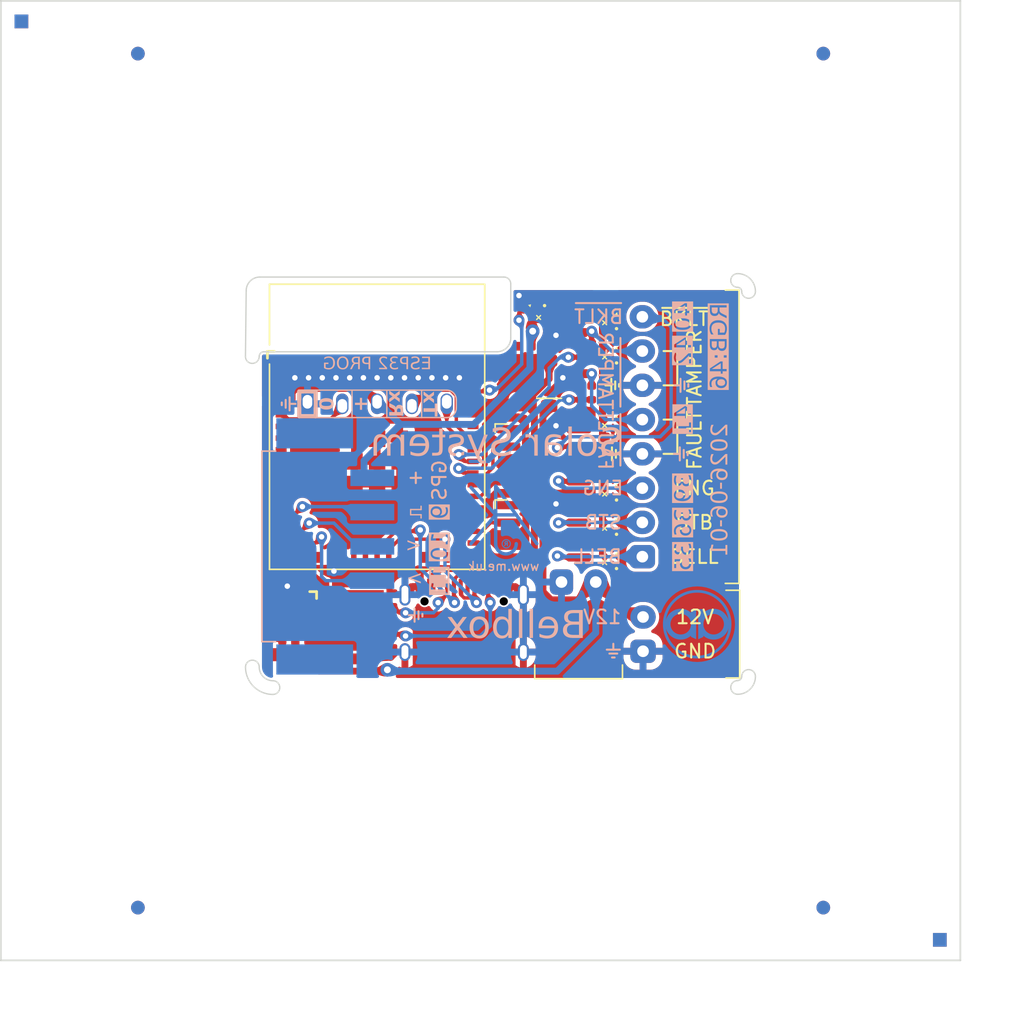
<source format=kicad_pcb>
(kicad_pcb (version 20240108) (generator "pcbnew") (generator_version "8.0")
  (title_block (title "Bell box controller") (date "${DATE}") (rev "2") (company "Adrian Kennard, Andrews & Arnold Ltd"))
  (layers (0 "F.Cu" signal) (31 "B.Cu" signal) (34 "B.Paste" user) (35 "F.Paste" user) (36 "B.SilkS" user "B.Silkscreen") (37 "F.SilkS" user "F.Silkscreen") (38 "B.Mask" user) (39 "F.Mask" user) (44 "Edge.Cuts" user))
  (property "DATE" "2023-03-25")
  (net 0 "")
  (net 1 "GND")
  (net 2 "VBUS")
  (net 3 "+12V")
  (net 4 "Net-(D2-O)")
  (net 5 "RGB")
  (net 6 "Net-(J1-CC1)")
  (net 8 "D-")
  (net 9 "D+")
  (net 10 "OUT1")
  (net 11 "OUT4")
  (net 12 "OUT3")
  (net 13 "Net-(U6-EN)")
  (net 14 "OUT2")
  (net 15 "Net-(J1-CC2)")
  (net 17 "Net-(J7-0)")
  (net 19 "Net-(J7-Rx)")
  (net 26 "IN2")
  (net 27 "IN1")
  (net 28 "~{BACKLIGHT}")
  (net 29 "T")
  (net 30 "FAULT")
  (net 31 "ENGHOLD")
  (net 32 "STB")
  (net 33 "BELL")
  (net 47 "GPSTX")
  (net 48 "GPSTICK")
  (net 49 "GPSRX")
  (net 56 "Net-(D2-I)")
  (net 57 "Net-(D4-O)")
  (net 58 "Net-(D6-O)")
  (net 59 "Net-(D7-O)")
  (net 60 "Net-(D8-O)")
  (net 62 "+3.3V")
  (net 63 "Net-(J7-Tx)")
  (footprint "RevK:PTSM-HH-8-RA" (layer "F.Cu") (at 111.8 96.8 90)
    (property "Reference" "J3" (hide yes))
    (property "Value" "Conn_01x08")
  )
  (footprint "RevK:SMD1010" (layer "F.Cu") (at 109.65 105.55 135)
    (property "Reference" "D9" (hide yes))
    (property "Value" "XL-1010RGBC-WS2812B" (hide yes))
  )
  (footprint "RevK:SMD1010" (layer "F.Cu") (at 109.65 95.55 135)
    (property "Reference" "D6" (hide yes))
    (property "Value" "XL-1010RGBC-WS2812B" (hide yes))
  )
  (footprint "RevK:SMD1010" (layer "F.Cu") (at 109.65 100.55 135)
    (property "Reference" "D7" (hide yes))
    (property "Value" "XL-1010RGBC-WS2812B" (hide yes))
  )
  (footprint "RevK:PTSM-HH-2-RA" (layer "F.Cu") (at 107.15 107.4)
    (property "Reference" "J2" (hide yes))
    (property "Value" "POWER")
  )
  (footprint "RevK:R_0402" (layer "F.Cu") (at 103.25 90.2 180)
    (property "Reference" "R8" (hide yes))
    (property "Value" "10K" (hide yes))
  )
  (footprint "RevK:ESP32-S3-MINI-1" (layer "F.Cu") (at 92.45 98.6)
    (property "Reference" "U6" (hide yes))
    (property "Value" "ESP32-S3-MINI-1" (hide yes))
  )
  (footprint "RevK:C_0603_" (layer "F.Cu") (at 87.785 107.7 180)
    (property "Reference" "C7" (hide yes))
    (property "Value" "10uF 6.3V")
  )
  (footprint "RevK:R_0402" (layer "F.Cu") (at 108.1 90.5 -90)
    (property "Reference" "R4" (hide yes))
    (property "Value" "100R" (hide yes))
  )
  (footprint "RevK:VCUT70N" (layer "F.Cu") (at 119.05 100 -90)
    (property "Reference" "V3" (hide yes))
    (property "Value" "~")
  )
  (footprint "RevK:C_0402" (layer "F.Cu") (at 109.65 104.3 180)
    (property "Reference" "C13" (hide yes))
    (property "Value" "100nF" (hide yes))
  )
  (footprint "RevK:R_0402_" (layer "F.Cu") (at 84.585 112 90)
    (property "Reference" "R3" (hide yes))
    (property "Value" "1M" (hide yes))
  )
  (footprint "RevK:R_0402" (layer "F.Cu") (at 108.1 93.6 -90)
    (property "Reference" "R7" (hide yes))
    (property "Value" "100R" (hide yes))
  )
  (footprint "RevK:R_0402_" (layer "F.Cu") (at 84.585 108.4 90)
    (property "Reference" "R2" (hide yes))
    (property "Value" "40k2" (hide yes))
  )
  (footprint "RevK:R_0402_" (layer "F.Cu") (at 84.585 110.2 90)
    (property "Reference" "R1" (hide yes))
    (property "Value" "124k" (hide yes))
  )
  (footprint "RevK:PTSM-HH-2-RA" (layer "F.Cu") (at 111.85 111.2 90)
    (property "Reference" "J6" (hide yes))
    (property "Value" "Conn_01x02")
  )
  (footprint "RevK:SMD1010" (layer "F.Cu") (at 109.65 90.55 135)
    (property "Reference" "D4" (hide yes))
    (property "Value" "XL-1010RGBC-WS2812B" (hide yes))
  )
  (footprint "RevK:PCB7070" (layer "F.Cu") (at 100 100)
    (property "Reference" "PCB1" (hide yes))
    (property "Value" "70x70" (hide yes))
    (fp_line (start -35 -35) (end 35 -35) (stroke (width 0.12)) (layer "Edge.Cuts"))
    (fp_line (start -35 35) (end -35 -35) (stroke (width 0.12)) (layer "Edge.Cuts"))
    (fp_line (start 35 -35) (end 35 35) (stroke (width 0.12)) (layer "Edge.Cuts"))
    (fp_line (start 35 35) (end -35 35) (stroke (width 0.12)) (layer "Edge.Cuts"))
  )
  (footprint "RevK:VCUT70N" (layer "F.Cu") (at 100 114.6 180)
    (property "Reference" "V2" (hide yes))
    (property "Value" "~")
  )
  (footprint "RevK:SMD1010" (layer "F.Cu") (at 109.65 103.05 135)
    (property "Reference" "D8" (hide yes))
    (property "Value" "XL-1010RGBC-WS2812B" (hide yes))
  )
  (footprint "RevK:SO-8_3.9x4.9mm_P1.27mm" (layer "F.Cu") (at 104.6 98.156751)
    (property "Reference" "U4" (hide yes))
    (property "Value" "ISL89410")
  )
  (footprint "RevK:SO-8_3.9x4.9mm_P1.27mm" (layer "F.Cu") (at 104.6 103.7)
    (property "Reference" "U3" (hide yes))
    (property "Value" "ISL89410")
  )
  (footprint "RevK:R_0402" (layer "F.Cu") (at 93.6 108.7 90)
    (property "Reference" "R5" (hide yes))
    (property "Value" "5K1" (hide yes))
  )
  (footprint "RevK:C_0402" (layer "F.Cu") (at 109.65 86.775 180)
    (property "Reference" "C5" (hide yes))
    (property "Value" "100nF" (hide yes))
  )
  (footprint "RevK:C_0402" (layer "F.Cu") (at 105.075 87.5 -90)
    (property "Reference" "C4" (hide yes))
    (property "Value" "100nF" (hide yes))
  )
  (footprint "RevK:VCUT70N" (layer "F.Cu") (at 100 85.9)
    (property "Reference" "V1" (hide yes))
    (property "Value" "~")
  )
  (footprint "RevK:L_4x4_" (layer "F.Cu") (at 91.085 110.2 90)
    (property "Reference" "L2" (hide yes))
    (property "Value" "10uH")
  )
  (footprint "RevK:C_0603_" (layer "F.Cu") (at 87.785 112.7 180)
    (property "Reference" "C1" (hide yes))
    (property "Value" "10uF 35V")
  )
  (footprint "RevK:C_0402" (layer "F.Cu") (at 109.65 101.8 180)
    (property "Reference" "C12" (hide yes))
    (property "Value" "100nF" (hide yes))
  )
  (footprint "RevK:SMD1010" (layer "F.Cu") (at 109.65 88.05 135)
    (property "Reference" "D2" (hide yes))
    (property "Value" "XL-1010RGBC-WS2812B" (hide yes))
  )
  (footprint "RevK:R_0402" (layer "F.Cu") (at 93.6 111.7 90)
    (property "Reference" "R6" (hide yes))
    (property "Value" "5K1" (hide yes))
  )
  (footprint "RevK:C_0402" (layer "F.Cu") (at 100.751 92 90)
    (property "Reference" "C8" (hide yes))
    (property "Value" "1uF" (hide yes))
  )
  (footprint "RevK:D_SOD-123" (layer "F.Cu") (at 105 92.9 90)
    (property "Reference" "D3" (hide yes))
    (property "Value" "MBR0530")
  )
  (footprint "RevK:C_0402" (layer "F.Cu") (at 109.65 91.82 180)
    (property "Reference" "C10" (hide yes))
    (property "Value" "100nF" (hide yes))
  )
  (footprint "RevK:C_0402" (layer "F.Cu") (at 109.65 96.82 180)
    (property "Reference" "C11" (hide yes))
    (property "Value" "100nF" (hide yes))
  )
  (footprint "RevK:C_0402" (layer "F.Cu") (at 109.65 89.3 180)
    (property "Reference" "C6" (hide yes))
    (property "Value" "100nF" (hide yes))
  )
  (footprint "RevK:C_0402" (layer "F.Cu") (at 107.3 93.6 90)
    (property "Reference" "C3" (hide yes))
    (property "Value" "33pF" (hide yes))
  )
  (footprint "RevK:SMD1010" (layer "F.Cu") (at 103.8 87.5 -135)
    (property "Reference" "D5" (hide yes))
    (property "Value" "XL-1010RGBC-WS2812B" (hide yes))
  )
  (footprint "RevK:C_0603_" (layer "F.Cu") (at 88.485 110.2 90)
    (property "Reference" "C9" (hide yes))
    (property "Value" "100nF")
  )
  (footprint "RevK:DFN1006-2L" (layer "F.Cu") (at 107.1 89.2 180)
    (property "Reference" "D1" (hide yes))
    (property "Value" "~")
  )
  (footprint "RevK:C_1206" (layer "F.Cu") (at 103.2 92.9 -90)
    (property "Reference" "C14" (hide yes))
    (property "Value" "100uF 6.3V")
  )
  (footprint "RevK:SOT-23-6-MD8942" (layer "F.Cu") (at 86.485 110.2 90)
    (property "Reference" "U1" (hide yes))
    (property "Value" "MD8942")
  )
  (footprint "RevK:USB-C-Socket-H" (layer "F.Cu") (at 98.8 110.2)
    (property "Reference" "J1" (hide yes))
    (property "Value" "USB-C-Socket-V")
  )
  (footprint "RevK:C_0402" (layer "F.Cu") (at 107.3 90.5 90)
    (property "Reference" "C2" (hide yes))
    (property "Value" "33pF" (hide yes))
  )
  (footprint "RevK:DFN1006-2L" (layer "F.Cu") (at 107.2 92.2 180)
    (property "Reference" "D10" (hide yes))
    (property "Value" "~")
  )
  (footprint "RevK:PTSM-HH-5-RA-SMD" (layer "B.Cu") (at 86.75 104.8 90)
    (property "Reference" "J5" (hide yes))
    (property "Value" "Conn_01x05")
  )
  (footprint "RevK:Shelly" (layer "B.Cu") (at 92.45 94.4 180)
    (property "Reference" "J7" (hide yes))
    (property "Value" "Shelly" (hide yes))
  )
  (footprint "RevK:AA" (layer "B.Cu") (at 115.8 110.475 180)
    (property "Reference" "U7" (hide yes))
    (property "Value" "AA" (hide yes))
  )
  (footprint "RevK:VCUT70N" (layer "B.Cu") (at 83.85 100 -90)
    (property "Reference" "V4" (hide yes))
    (property "Value" "~")
  )
  (footprint "RevK:AJK" (layer "B.Cu") (at 101.1 102.5 180)
    (property "Reference" "AJK1" (hide yes))
    (property "Value" "AJK" (hide yes))
  )
  (gr_line (start 110.2 98.9) (end 110.2 95.15) (stroke (width 0.15)) (layer "B.SilkS"))
  (gr_line (start 110.2 94.6) (end 110.2 89.6) (stroke (width 0.15)) (layer "B.SilkS"))
  (gr_line (start 106.95 87.05) (end 110.25 87.05) (stroke (width 0.15)) (layer "B.SilkS"))
  (gr_line (start 114.35 98.05) (end 113.35 98.05) (stroke (width 0.15)) (layer "F.SilkS"))
  (gr_line (start 114.35 90.55) (end 114.35 93.05) (stroke (width 0.15)) (layer "F.SilkS"))
  (gr_line (start 114.35 93.05) (end 113.35 93.05) (stroke (width 0.15)) (layer "F.SilkS"))
  (gr_line (start 114.35 95.55) (end 114.35 98.05) (stroke (width 0.15)) (layer "F.SilkS"))
  (gr_line (start 113.25 87.4) (end 116.55 87.4) (stroke (width 0.15)) (layer "F.SilkS"))
  (gr_line (start 113.35 95.55) (end 114.35 95.55) (stroke (width 0.15)) (layer "F.SilkS"))
  (gr_line (start 113.35 90.55) (end 114.35 90.55) (stroke (width 0.15)) (layer "F.SilkS"))
  (gr_arc (start 118.75 84.9) (mid 119.669239 85.280761) (end 120.05 86.2) (stroke (width 0.1)) (layer "Edge.Cuts"))
  (gr_arc (start 84.85 114.6) (mid 84.142893 114.307107) (end 83.85 113.6) (stroke (width 0.1)) (layer "Edge.Cuts"))
  (gr_arc (start 84.85 114.6) (mid 85.35 115.1) (end 84.85 115.6) (stroke (width 0.1)) (layer "Edge.Cuts"))
  (gr_arc (start 120.05 114.287868) (mid 119.669239 115.207107) (end 118.75 115.587868) (stroke (width 0.1)) (layer "Edge.Cuts"))
  (gr_arc (start 83.846447 90.95) (mid 83.346447 91.45) (end 82.846447 90.95) (stroke (width 0.1)) (layer "Edge.Cuts"))
  (gr_arc (start 101.7 85.15) (mid 102.053553 85.296447) (end 102.2 85.65) (stroke (width 0.1)) (layer "Edge.Cuts"))
  (gr_arc (start 118.75 85.9) (mid 118.962132 85.987868) (end 119.05 86.2) (stroke (width 0.1)) (layer "Edge.Cuts"))
  (gr_arc (start 120.05 86.2) (mid 119.55 86.7) (end 119.05 86.2) (stroke (width 0.1)) (layer "Edge.Cuts"))
  (gr_line (start 82.846447 90.95) (end 82.9 86.15) (stroke (width 0.1)) (layer "Edge.Cuts"))
  (gr_arc (start 119.05 114.287868) (mid 118.962132 114.5) (end 118.75 114.587868) (stroke (width 0.1)) (layer "Edge.Cuts"))
  (gr_arc (start 119.05 114.287868) (mid 119.55 113.787868) (end 120.05 114.287868) (stroke (width 0.1)) (layer "Edge.Cuts"))
  (gr_arc (start 118.75 85.9) (mid 118.25 85.4) (end 118.75 84.9) (stroke (width 0.1)) (layer "Edge.Cuts"))
  (gr_line (start 102.2 89.6) (end 102.2 85.65) (stroke (width 0.1)) (layer "Edge.Cuts"))
  (gr_arc (start 82.9 86.15) (mid 83.192893 85.442893) (end 83.9 85.15) (stroke (width 0.1)) (layer "Edge.Cuts"))
  (gr_arc (start 118.75 115.587868) (mid 118.25 115.087868) (end 118.75 114.587868) (stroke (width 0.1)) (layer "Edge.Cuts"))
  (gr_line (start 84.15 90.6) (end 101.2 90.6) (stroke (width 0.1)) (layer "Edge.Cuts"))
  (gr_line (start 101.7 85.15) (end 83.9 85.15) (stroke (width 0.1)) (layer "Edge.Cuts"))
  (gr_arc (start 102.2 89.6) (mid 101.907107 90.307107) (end 101.2 90.6) (stroke (width 0.1)) (layer "Edge.Cuts"))
  (gr_arc (start 84.85 115.6) (mid 83.435786 115.014214) (end 82.85 113.6) (stroke (width 0.1)) (layer "Edge.Cuts"))
  (gr_arc (start 82.85 113.6) (mid 83.35 113.1) (end 83.85 113.6) (stroke (width 0.1)) (layer "Edge.Cuts"))
  (gr_arc (start 83.846447 90.95) (mid 83.932907 90.718351) (end 84.15 90.6) (stroke (width 0.1)) (layer "Edge.Cuts"))
  (gr_text "+" (at 95.2 99.8 90) (layer "B.SilkS") (effects (font (size 1 1)) (justify mirror)))
  (gr_text "12V" (at 110.35 109.95 0) (layer "B.SilkS") (effects (font (size 1 1)) (justify left mirror)))
  (gr_text "TAMPER" (at 109.1 92 -90) (layer "B.SilkS") (effects (font (size 1 1)) (justify mirror)))
  (gr_text "⏚" (at 110.4 112.45 0) (layer "B.SilkS") (effects (font (size 1 1)) (justify left mirror)))
  (gr_text "ENG" (at 110.5 100.55 0) (layer "B.SilkS") (effects (font (size 1 1)) (justify left mirror)))
  (gr_text "Bellbox" (at 102.6 110.65 0) (layer "B.SilkS") (effects (font (size 2 2)) (justify mirror)))
  (gr_text "RGB:46" (at 117.45 90.2 90) (layer "B.SilkS" knockout) (effects (font (size 1.2 1.2) (thickness 0.1)) (justify mirror)))
  (gr_text "40" (at 114.85 88.05 90) (layer "B.SilkS" knockout) (effects (font (size 1.2 1.2) (thickness 0.1)) (justify mirror)))
  (gr_text "41" (at 114.85 95.55 90) (layer "B.SilkS" knockout) (effects (font (size 1.2 1.2) (thickness 0.1)) (justify mirror)))
  (gr_text "Solar System" (at 91.95 97.35 0) (layer "B.SilkS") (effects (font (size 2 2)) (justify right mirror)))
  (gr_text "35" (at 114.85 105.55 90) (layer "B.SilkS" knockout) (effects (font (size 1.2 1.2) (thickness 0.1)) (justify mirror)))
  (gr_text "BKLT" (at 110.5 88.05 0) (layer "B.SilkS") (effects (font (size 1 1)) (justify left mirror)))
  (gr_text "<" (at 95.2 107.1 180) (layer "B.SilkS") (effects (font (size 1 1)) (justify mirror)))
  (gr_text "⎍" (at 95.2 102.3 90) (layer "B.SilkS") (effects (font (size 1 1) (thickness 0.1)) (justify mirror)))
  (gr_text "42" (at 114.85 90.55 90) (layer "B.SilkS" knockout) (effects (font (size 1.2 1.2) (thickness 0.1)) (justify mirror)))
  (gr_text "11" (at 97.1 107.3 90) (layer "B.SilkS" knockout) (effects (font (size 1.2 1.2) (thickness 0.1)) (justify mirror)))
  (gr_text "⏚" (at 114.65 98.05 90) (layer "B.SilkS") (effects (font (size 1 1)) (justify mirror)))
  (gr_text "⏚" (at 95.3 109.1 90) (layer "B.SilkS") (effects (font (size 1 1)) (justify left mirror)))
  (gr_text "36" (at 114.85 103.05 90) (layer "B.SilkS" knockout) (effects (font (size 1.2 1.2) (thickness 0.1)) (justify mirror)))
  (gr_text "39" (at 114.85 100.55 90) (layer "B.SilkS" knockout) (effects (font (size 1.2 1.2) (thickness 0.1)) (justify mirror)))
  (gr_text "GPS" (at 97 98.4 90) (layer "B.SilkS") (effects (font (size 1 1)) (justify left mirror)))
  (gr_text "STB" (at 110.4 103.05 0) (layer "B.SilkS") (effects (font (size 1 1)) (justify left mirror)))
  (gr_text "⏚" (at 114.7 93.05 90) (layer "B.SilkS") (effects (font (size 1 1)) (justify mirror)))
  (gr_text "${CURRENT_DATE}" (at 116.8 95.8 90) (layer "B.SilkS") (effects (font (size 1.2 1.2)) (justify left top mirror)))
  (gr_text "BELL" (at 110.4 105.55 0) (layer "B.SilkS") (effects (font (size 1 1)) (justify left mirror)))
  (gr_text ">" (at 95.1 104.7 180) (layer "B.SilkS") (effects (font (size 1 1)) (justify mirror)))
  (gr_text "10" (at 97.1 104.8 90) (layer "B.SilkS" knockout) (effects (font (size 1.2 1.2) (thickness 0.1)) (justify mirror)))
  (gr_text "FAULT" (at 109.1 97.05 -90) (layer "B.SilkS") (effects (font (size 1 1)) (justify mirror)))
  (gr_text "9" (at 97.1 102.3 90) (layer "B.SilkS" knockout) (effects (font (size 1.2 1.2) (thickness 0.1)) (justify mirror)))
  (gr_text "BELL" (at 115.6 105.55 0) (layer "F.SilkS") (effects (font (size 1 1))))
  (gr_text "⏚" (at 109.65 93.05 90) (layer "F.SilkS") (effects (font (size 1 1))))
  (gr_text "12V" (at 115.65 109.95 0) (layer "F.SilkS") (effects (font (size 1 1))))
  (gr_text "GND" (at 115.65 112.45 0) (layer "F.SilkS") (effects (font (size 1 1))))
  (gr_text "FAULT" (at 115.6 97.05 90) (layer "F.SilkS") (effects (font (size 1 1))))
  (gr_text "⏚" (at 109.7 98.05 90) (layer "F.SilkS") (effects (font (size 1 1))))
  (gr_text "ENG" (at 115.6 100.55 0) (layer "F.SilkS") (effects (font (size 1 1))))
  (gr_text "BKLT" (at 114.85 88.2 0) (layer "F.SilkS") (effects (font (size 1 1))))
  (gr_text "TAMPER" (at 115.6 91.8 90) (layer "F.SilkS") (effects (font (size 1 1))))
  (gr_text "STB" (at 115.6 103.05 0) (layer "F.SilkS") (effects (font (size 1 1))))
  (segment (start 100.6 94.8) (end 99.5 94.8) (width 0.5) (layer "F.Cu") (net 1))
  (segment (start 98.8 94.1) (end 99.05 94.35) (width 0.25) (layer "F.Cu") (net 1))
  (segment (start 103.275 97.25) (end 103.275 95.875) (width 0.5) (layer "F.Cu") (net 1))
  (segment (start 99.05 94.35) (end 99.45 94.35) (width 0.25) (layer "F.Cu") (net 1))
  (segment (start 85.475 106.275) (end 88.975 106.275) (width 0.25) (layer "F.Cu") (net 1))
  (segment (start 98.45 92.5) (end 98.8 92.85) (width 0.25) (layer "F.Cu") (net 1))
  (segment (start 103.3 97.275) (end 103.275 97.25) (width 0.5) (layer "F.Cu") (net 1))
  (segment (start 102.376618 104.335) (end 103.275 103.436618) (width 0.5) (layer "F.Cu") (net 1))
  (segment (start 85.45 106.25) (end 85.475 106.275) (width 0.25) (layer "F.Cu") (net 1))
  (segment (start 102.54 107.74) (end 102 107.74) (width 0.5) (layer "F.Cu") (net 1))
  (segment (start 93.44625 112.89375) (end 90.685 112.89375) (width 0.5) (layer "F.Cu") (net 1))
  (segment (start 102.899999 98.791751) (end 102.025 98.791751) (width 0.5) (layer "F.Cu") (net 1))
  (segment (start 85.45 105.6) (end 85.45 106.25) (width 0.25) (layer "F.Cu") (net 1))
  (segment (start 94.48 108.32) (end 95.06 107.74) (width 0.5) (layer "F.Cu") (net 1))
  (segment (start 103.3 97.275) (end 103.3 105.2) (width 0.5) (layer "F.Cu") (net 1))
  (segment (start 102.899999 104.335) (end 103.3 104.735001) (width 0.5) (layer "F.Cu") (net 1))
  (segment (start 102.75 95.35) (end 101.15 95.35) (width 0.5) (layer "F.Cu") (net 1))
  (segment (start 102.899999 98.791751) (end 103.275 98.41675) (width 0.5) (layer "F.Cu") (net 1))
  (segment (start 95.06 107.74) (end 95.6 107.74) (width 0.5) (layer "F.Cu") (net 1))
  (segment (start 98.8 92.95) (end 98.8 94.1) (width 0.25) (layer "F.Cu") (net 1))
  (segment (start 103.275 99.166752) (end 102.899999 98.791751) (width 0.5) (layer "F.Cu") (net 1))
  (segment (start 103.3 104.735001) (end 103.3 105.2) (width 0.5) (layer "F.Cu") (net 1))
  (segment (start 101.15 95.35) (end 100.6 94.8) (width 0.5) (layer "F.Cu") (net 1))
  (segment (start 103.275 95.875) (end 102.75 95.35) (width 0.5) (layer "F.Cu") (net 1))
  (segment (start 88.975 106.275) (end 89.3 106.6) (width 0.25) (layer "F.Cu") (net 1))
  (segment (start 102.025 104.335) (end 102.899999 104.335) (width 0.5) (layer "F.Cu") (net 1))
  (segment (start 103.12 108.32) (end 102.54 107.74) (width 0.5) (layer "F.Cu") (net 1))
  (segment (start 103.275 98.41675) (end 103.275 97.25) (width 0.5) (layer "F.Cu") (net 1))
  (segment (start 100.751 91.5) (end 100.651 91.6) (width 0.5) (layer "F.Cu") (net 1))
  (segment (start 100.651 91.6) (end 99.45 91.6) (width 0.5) (layer "F.Cu") (net 1))
  (segment (start 93.83 112.51) (end 93.44625 112.89375) (width 0.5) (layer "F.Cu") (net 1))
  (segment (start 99.45 105.6) (end 98.4 105.6) (width 0.5) (layer "F.Cu") (net 1))
  (via (at 89.3 106.6) (size 0.8) (drill 0.4) (layers "F.Cu" "B.Cu") (net 1))
  (via (at 90.45 92.5) (size 0.8) (drill 0.4) (layers "F.Cu" "B.Cu") (net 1))
  (via (at 105.5 89.4) (size 0.8) (drill 0.4) (layers "F.Cu" "B.Cu") (net 1))
  (via (at 97.45 92.5) (size 0.8) (drill 0.4) (layers "F.Cu" "B.Cu") (net 1))
  (via (at 92.45 92.5) (size 0.8) (drill 0.4) (layers "F.Cu" "B.Cu") (net 1))
  (via (at 93.45 92.5) (size 0.8) (drill 0.4) (layers "F.Cu" "B.Cu") (net 1))
  (via (at 96.45 92.5) (size 0.8) (drill 0.4) (layers "F.Cu" "B.Cu") (net 1))
  (via (at 88.45 92.5) (size 0.8) (drill 0.4) (layers "F.Cu" "B.Cu") (net 1))
  (via (at 95.45 92.5) (size 0.8) (drill 0.4) (layers "F.Cu" "B.Cu") (net 1))
  (via (at 89.45 92.5) (size 0.8) (drill 0.4) (layers "F.Cu" "B.Cu") (net 1))
  (via (at 105.5 101.7) (size 0.8) (drill 0.4) (layers "F.Cu" "B.Cu") (net 1))
  (via (at 105.5 96) (size 0.8) (drill 0.4) (layers "F.Cu" "B.Cu") (net 1))
  (via (at 102.8 86.5) (size 0.8) (drill 0.4) (layers "F.Cu" "B.Cu") (net 1))
  (via (at 106 92.5) (size 0.8) (drill 0.4) (layers "F.Cu" "B.Cu") (net 1))
  (via (at 85.9 107.7) (size 0.8) (drill 0.4) (layers "F.Cu" "B.Cu") (net 1))
  (via (at 86.45 92.5) (size 0.8) (drill 0.4) (layers "F.Cu" "B.Cu") (net 1))
  (via (at 87.45 92.5) (size 0.8) (drill 0.4) (layers "F.Cu" "B.Cu") (net 1))
  (via (at 98.45 92.5) (size 0.8) (drill 0.4) (layers "F.Cu" "B.Cu") (net 1))
  (via (at 91.45 92.5) (size 0.8) (drill 0.4) (layers "F.Cu" "B.Cu") (net 1))
  (via (at 94.45 92.5) (size 0.8) (drill 0.4) (layers "F.Cu" "B.Cu") (net 1))
  (segment (start 103.925 105.8) (end 103.925 95.1) (width 0.5) (layer "F.Cu") (net 2))
  (segment (start 103.305 106.42) (end 103.925 105.8) (width 0.5) (layer "F.Cu") (net 2))
  (segment (start 96.4 107.1) (end 97.08 106.42) (width 0.5) (layer "F.Cu") (net 2))
  (segment (start 96.4 107.74) (end 96.4 107.1) (width 0.5) (layer "F.Cu") (net 2))
  (segment (start 97.08 106.42) (end 101.2 106.42) (width 0.5) (layer "F.Cu") (net 2))
  (segment (start 105 92.575) (end 103.2 94.375) (width 0.5) (layer "F.Cu") (net 2))
  (segment (start 101.2 106.42) (end 101.2 107.74) (width 0.5) (layer "F.Cu") (net 2))
  (segment (start 101.2 106.42) (end 103.305 106.42) (width 0.5) (layer "F.Cu") (net 2))
  (segment (start 103.925 95.1) (end 103.2 94.375) (width 0.5) (layer "F.Cu") (net 2))
  (segment (start 105 91.25) (end 105 92.575) (width 0.5) (layer "F.Cu") (net 2))
  (segment (start 107.1 108.7) (end 108.4 107.4) (width 0.5) (layer "F.Cu") (net 3))
  (segment (start 104.55 95.6) (end 104.55 95) (width 0.5) (layer "F.Cu") (net 3))
  (segment (start 104.55 95) (end 105 94.55) (width 0.5) (layer "F.Cu") (net 3))
  (segment (start 105.143628 108.7) (end 107.1 108.7) (width 0.5) (layer "F.Cu") (net 3))
  (segment (start 104.665 104.335) (end 104.55 104.45) (width 0.5) (layer "F.Cu") (net 3))
  (segment (start 104.708249 98.791751) (end 104.55 98.95) (width 0.5) (layer "F.Cu") (net 3))
  (segment (start 88.2105 113.9005) (end 93.3 113.9005) (width 0.5) (layer "F.Cu") (net 3))
  (segment (start 87.01 112.7) (end 88.2105 113.9005) (width 0.5) (layer "F.Cu") (net 3))
  (segment (start 110.95 109.95) (end 108.4 107.4) (width 0.5) (layer "F.Cu") (net 3))
  (segment (start 107.175 104.335) (end 104.665 104.335) (width 0.5) (layer "F.Cu") (net 3))
  (segment (start 104.55 108.106372) (end 105.143628 108.7) (width 0.5) (layer "F.Cu") (net 3))
  (segment (start 111.85 109.95) (end 110.95 109.95) (width 0.5) (layer "F.Cu") (net 3))
  (segment (start 104.55 98.95) (end 104.55 104.45) (width 0.5) (layer "F.Cu") (net 3))
  (segment (start 104.55 98.95) (end 104.55 95.6) (width 0.5) (layer "F.Cu") (net 3))
  (segment (start 107.175 98.791751) (end 104.708249 98.791751) (width 0.5) (layer "F.Cu") (net 3))
  (segment (start 104.55 104.45) (end 104.55 108.106372) (width 0.5) (layer "F.Cu") (net 3))
  (via (at 93.2 113.8) (size 1) (drill 0.5) (layers "F.Cu" "B.Cu") (net 3))
  (segment (start 93.3 113.9005) (end 105.5995 113.9005) (width 0.5) (layer "B.Cu") (net 3))
  (segment (start 108.4 111.1) (end 108.4 107.4) (width 0.5) (layer "B.Cu") (net 3))
  (segment (start 105.5995 113.9005) (end 108.4 111.1) (width 0.5) (layer "B.Cu") (net 3))
  (segment (start 109.65 88.651041) (end 109.65 89.948959) (width 0.2) (layer "F.Cu") (net 4))
  (segment (start 102.8 88.3) (end 102.8 87.747638) (width 0.25) (layer "F.Cu") (net 5))
  (segment (start 100.55 93.5) (end 100.65 93.4) (width 0.25) (layer "F.Cu") (net 5))
  (segment (start 99.45 93.5) (end 100.55 93.5) (width 0.25) (layer "F.Cu") (net 5))
  (segment (start 102.8 87.747638) (end 103.047638 87.5) (width 0.25) (layer "F.Cu") (net 5))
  (via (at 100.65 93.4) (size 0.8) (drill 0.4) (layers "F.Cu" "B.Cu") (net 5))
  (via (at 102.8 88.3) (size 0.8) (drill 0.4) (layers "F.Cu" "B.Cu") (net 5))
  (segment (start 101.1 93.4) (end 103 91.5) (width 0.25) (layer "B.Cu") (net 5))
  (segment (start 103 88.5) (end 102.8 88.3) (width 0.25) (layer "B.Cu") (net 5))
  (segment (start 100.65 93.4) (end 101.1 93.4) (width 0.25) (layer "B.Cu") (net 5))
  (segment (start 103 91.5) (end 103 88.5) (width 0.25) (layer "B.Cu") (net 5))
  (segment (start 96.9 108.9) (end 96.959999 108.9) (width 0.25) (layer "F.Cu") (net 6))
  (segment (start 93.6 109.2) (end 94.043794 109.643794) (width 0.25) (layer "F.Cu") (net 6))
  (segment (start 96.959999 108.9) (end 97.55 108.309999) (width 0.25) (layer "F.Cu") (net 6))
  (segment (start 94.043794 109.643794) (end 94.524998 109.643794) (width 0.25) (layer "F.Cu") (net 6))
  (segment (start 97.55 108.309999) (end 97.55 107.74) (width 0.25) (layer "F.Cu") (net 6))
  (via (at 94.524998 109.643794) (size 0.8) (drill 0.4) (layers "F.Cu" "B.Cu") (net 6))
  (via (at 96.9 108.9) (size 0.8) (drill 0.4) (layers "F.Cu" "B.Cu") (net 6))
  (segment (start 96.9 109.3) (end 96.9 108.9) (width 0.25) (layer "B.Cu") (net 6))
  (segment (start 96.556206 109.643794) (end 96.9 109.3) (width 0.25) (layer "B.Cu") (net 6))
  (segment (start 94.524998 109.643794) (end 96.556206 109.643794) (width 0.25) (layer "B.Cu") (net 6))
  (segment (start 95.6 103.6) (end 95.5 103.7) (width 0.25) (layer "F.Cu") (net 8))
  (segment (start 99.05 107.15) (end 99.05 107.74) (width 0.25) (layer "F.Cu") (net 8))
  (segment (start 98.82 106.92) (end 99.05 107.15) (width 0.25) (layer "F.Cu") (net 8))
  (segment (start 98.05 107.208302) (end 98.338302 106.92) (width 0.25) (layer "F.Cu") (net 8))
  (segment (start 93.8 103.7) (end 92.5 105) (width 0.25) (layer "F.Cu") (net 8))
  (segment (start 92.5 105.55) (end 92.45 105.6) (width 0.25) (layer "F.Cu") (net 8))
  (segment (start 98.05 108.85) (end 98.1 108.9) (width 0.25) (layer "F.Cu") (net 8))
  (segment (start 95.5 103.7) (end 93.8 103.7) (width 0.25) (layer "F.Cu") (net 8))
  (segment (start 92.5 105) (end 92.5 105.55) (width 0.25) (layer "F.Cu") (net 8))
  (segment (start 98.05 107.74) (end 98.05 107.208302) (width 0.25) (layer "F.Cu") (net 8))
  (segment (start 98.05 107.74) (end 98.05 108.85) (width 0.25) (layer "F.Cu") (net 8))
  (segment (start 98.338302 106.92) (end 98.82 106.92) (width 0.25) (layer "F.Cu") (net 8))
  (via (at 98.1 108.9) (size 0.8) (drill 0.4) (layers "F.Cu" "B.Cu") (net 8))
  (via (at 95.6 103.6) (size 0.8) (drill 0.4) (layers "F.Cu" "B.Cu") (net 8))
  (segment (start 98.1 108.9) (end 95.6 106.4) (width 0.25) (layer "B.Cu") (net 8))
  (segment (start 95.6 106.4) (end 95.6 103.6) (width 0.25) (layer "B.Cu") (net 8))
  (segment (start 99.55 107.74) (end 99.55 108.75) (width 0.25) (layer "F.Cu") (net 9))
  (segment (start 93.3 105.05) (end 93.3 105.6) (width 0.25) (layer "F.Cu") (net 9))
  (segment (start 98.55 107.74) (end 98.55 108.309999) (width 0.25) (layer "F.Cu") (net 9))
  (segment (start 97.4 104.274998) (end 94.075002 104.274998) (width 0.25) (layer "F.Cu") (net 9))
  (segment (start 98.55 108.309999) (end 98.800001 108.56) (width 0.25) (layer "F.Cu") (net 9))
  (segment (start 99.55 108.3) (end 99.55 107.74) (width 0.25) (layer "F.Cu") (net 9))
  (segment (start 98.800001 108.56) (end 99.29 108.56) (width 0.25) (layer "F.Cu") (net 9))
  (segment (start 94.075002 104.274998) (end 93.3 105.05) (width 0.25) (layer "F.Cu") (net 9))
  (segment (start 99.55 108.75) (end 99.7 108.9) (width 0.25) (layer "F.Cu") (net 9))
  (segment (start 99.29 108.56) (end 99.55 108.3) (width 0.25) (layer "F.Cu") (net 9))
  (via (at 99.7 108.9) (size 0.8) (drill 0.4) (layers "F.Cu" "B.Cu") (net 9))
  (via (at 97.4 104.274998) (size 0.8) (drill 0.4) (layers "F.Cu" "B.Cu") (net 9))
  (segment (start 97.4 106.6) (end 97.4 104.274998) (width 0.25) (layer "B.Cu") (net 9))
  (segment (start 99.7 108.9) (end 97.4 106.6) (width 0.25) (layer "B.Cu") (net 9))
  (segment (start 101.150001 105.600001) (end 100.1 104.55) (width 0.25) (layer "F.Cu") (net 10))
  (segment (start 100.1 104.55) (end 99.45 104.55) (width 0.25) (layer "F.Cu") (net 10))
  (segment (start 102.025 105.605) (end 101.150001 105.605) (width 0.25) (layer "F.Cu") (net 10))
  (segment (start 101.150001 105.605) (end 101.150001 105.600001) (width 0.25) (layer "F.Cu") (net 10))
  (segment (start 100.9 99.05) (end 99.65 100.3) (width 0.25) (layer "F.Cu") (net 11))
  (segment (start 100.9 97.771752) (end 100.9 99.05) (width 0.25) (layer "F.Cu") (net 11))
  (segment (start 102.025 97.521751) (end 101.150001 97.521751) (width 0.25) (layer "F.Cu") (net 11))
  (segment (start 99.65 100.3) (end 99.45 100.3) (width 0.25) (layer "F.Cu") (net 11))
  (segment (start 101.150001 97.521751) (end 100.9 97.771752) (width 0.25) (layer "F.Cu") (net 11))
  (segment (start 102.025 100.061751) (end 101.088249 100.061751) (width 0.25) (layer "F.Cu") (net 12))
  (segment (start 101.088249 100.061751) (end 100 101.15) (width 0.25) (layer "F.Cu") (net 12))
  (segment (start 100 101.15) (end 99.45 101.15) (width 0.25) (layer "F.Cu") (net 12))
  (segment (start 100.601 92.65) (end 100.751 92.5) (width 0.25) (layer "F.Cu") (net 13))
  (segment (start 101.321 91.359001) (end 101.321 91.93) (width 0.25) (layer "F.Cu") (net 13))
  (segment (start 102.75 90.2) (end 102.480001 90.2) (width 0.25) (layer "F.Cu") (net 13))
  (segment (start 102.480001 90.2) (end 101.321 91.359001) (width 0.25) (layer "F.Cu") (net 13))
  (segment (start 99.45 92.65) (end 100.601 92.65) (width 0.25) (layer "F.Cu") (net 13))
  (segment (start 101.321 91.93) (end 100.751 92.5) (width 0.25) (layer "F.Cu") (net 13))
  (segment (start 100.735 103.065) (end 100.1 103.7) (width 0.25) (layer "F.Cu") (net 14))
  (segment (start 100.1 103.7) (end 99.45 103.7) (width 0.25) (layer "F.Cu") (net 14))
  (segment (start 102.025 103.065) (end 100.735 103.065) (width 0.25) (layer "F.Cu") (net 14))
  (segment (start 94.389266 111.2) (end 94.525379 111.336113) (width 0.25) (layer "F.Cu") (net 15))
  (segment (start 100.7 108.9) (end 100.55 108.75) (width 0.25) (layer "F.Cu") (net 15))
  (segment (start 93.6 111.2) (end 94.389266 111.2) (width 0.25) (layer "F.Cu") (net 15))
  (segment (start 100.55 108.75) (end 100.55 107.74) (width 0.25) (layer "F.Cu") (net 15))
  (via (at 100.7 108.9) (size 0.8) (drill 0.4) (layers "F.Cu" "B.Cu") (net 15))
  (via (at 94.525379 111.336113) (size 0.8) (drill 0.4) (layers "F.Cu" "B.Cu") (net 15))
  (segment (start 94.525379 111.336113) (end 99.963887 111.336113) (width 0.25) (layer "B.Cu") (net 15))
  (segment (start 100.7 110.6) (end 100.7 108.9) (width 0.25) (layer "B.Cu") (net 15))
  (segment (start 99.963887 111.336113) (end 100.7 110.6) (width 0.25) (layer "B.Cu") (net 15))
  (segment (start 89.06 95.5) (end 89.91 94.65) (width 0.25) (layer "F.Cu") (net 17))
  (segment (start 85.45 95.2) (end 85.65 95.2) (width 0.25) (layer "F.Cu") (net 17))
  (segment (start 85.95 95.5) (end 89.06 95.5) (width 0.25) (layer "F.Cu") (net 17))
  (segment (start 85.65 95.2) (end 85.95 95.5) (width 0.25) (layer "F.Cu") (net 17))
  (segment (start 97.819949 93.4) (end 98.23 93.810051) (width 0.25) (layer "F.Cu") (net 19))
  (segment (start 94.99 94.55) (end 96.14 93.4) (width 0.25) (layer "F.Cu") (net 19))
  (segment (start 98.23 95.98) (end 99.15 96.9) (width 0.25) (layer "F.Cu") (net 19))
  (segment (start 99.15 96.9) (end 99.45 96.9) (width 0.25) (layer "F.Cu") (net 19))
  (segment (start 96.14 93.4) (end 97.819949 93.4) (width 0.25) (layer "F.Cu") (net 19))
  (segment (start 98.23 93.810051) (end 98.23 95.98) (width 0.25) (layer "F.Cu") (net 19))
  (segment (start 98.45 99.05) (end 98.4 99.1) (width 0.25) (layer "F.Cu") (net 26))
  (segment (start 98.75 99.45) (end 98.4 99.1) (width 0.25) (layer "F.Cu") (net 26))
  (segment (start 99.45 99.45) (end 98.75 99.45) (width 0.25) (layer "F.Cu") (net 26))
  (segment (start 108.1 94.1) (end 107.3 94.1) (width 0.25) (layer "F.Cu") (net 26))
  (segment (start 107.3 94.1) (end 106.460456 94.1) (width 0.25) (layer "F.Cu") (net 26))
  (segment (start 106.460456 94.1) (end 106.45 94.110456) (width 0.25) (layer "F.Cu") (net 26))
  (via (at 98.4 99.1) (size 0.8) (drill 0.4) (layers "F.Cu" "B.Cu") (net 26))
  (via (at 106.45 94.110456) (size 0.8) (drill 0.4) (layers "F.Cu" "B.Cu") (net 26))
  (segment (start 98.4 99.1) (end 100.8 99.1) (width 0.25) (layer "B.Cu") (net 26))
  (segment (start 105.789544 94.110456) (end 106.45 94.110456) (width 0.25) (layer "B.Cu") (net 26))
  (segment (start 100.8 99.1) (end 105.789544 94.110456) (width 0.25) (layer "B.Cu") (net 26))
  (segment (start 99.45 98.6) (end 98.9 98.6) (width 0.25) (layer "F.Cu") (net 27))
  (segment (start 108.1 91) (end 107.3 91) (width 0.25) (layer "F.Cu") (net 27))
  (segment (start 98.9 98.6) (end 98.4 98.1) (width 0.25) (layer "F.Cu") (net 27))
  (segment (start 107.3 91) (end 106.4 91) (width 0.25) (layer "F.Cu") (net 27))
  (via (at 98.4 98.1) (size 0.8) (drill 0.4) (layers "F.Cu" "B.Cu") (net 27))
  (via (at 106.4 91) (size 0.8) (drill 0.4) (layers "F.Cu" "B.Cu") (net 27))
  (segment (start 100.1 98.1) (end 98.4 98.1) (width 0.25) (layer "B.Cu") (net 27))
  (segment (start 106.4 91) (end 105.8 91) (width 0.25) (layer "B.Cu") (net 27))
  (segment (start 105 91.8) (end 105 93.2) (width 0.25) (layer "B.Cu") (net 27))
  (segment (start 105 93.2) (end 100.1 98.1) (width 0.25) (layer "B.Cu") (net 27))
  (segment (start 105.8 91) (end 105 91.8) (width 0.25) (layer "B.Cu") (net 27))
  (segment (start 107.175 97.521751) (end 105.678249 97.521751) (width 0.25) (layer "F.Cu") (net 28))
  (segment (start 105.678249 97.521751) (end 105.6 97.6) (width 0.25) (layer "F.Cu") (net 28))
  (via (at 105.6 97.6) (size 0.8) (drill 0.4) (layers "F.Cu" "B.Cu") (net 28))
  (segment (start 106.4 96.8) (end 113.1 96.8) (width 0.25) (layer "B.Cu") (net 28))
  (segment (start 113.9 96) (end 113.9 88.8) (width 0.25) (layer "B.Cu") (net 28))
  (segment (start 113.15 88.05) (end 111.85 88.05) (width 0.25) (layer "B.Cu") (net 28))
  (segment (start 113.1 96.8) (end 113.9 96) (width 0.25) (layer "B.Cu") (net 28))
  (segment (start 105.6 97.6) (end 106.4 96.8) (width 0.25) (layer "B.Cu") (net 28))
  (segment (start 113.9 88.8) (end 113.15 88.05) (width 0.25) (layer "B.Cu") (net 28))
  (segment (start 108.1 89.1) (end 108.1 90) (width 0.25) (layer "F.Cu") (net 29))
  (segment (start 108 89.2) (end 108.1 89.1) (width 0.25) (layer "F.Cu") (net 29))
  (segment (start 107.425 89.2) (end 108 89.2) (width 0.25) (layer "F.Cu") (net 29))
  (via (at 108.1 89.1) (size 0.8) (drill 0.4) (layers "F.Cu" "B.Cu") (net 29))
  (segment (start 109.55 90.55) (end 111.85 90.55) (width 0.25) (layer "B.Cu") (net 29))
  (segment (start 108.1 89.1) (end 109.55 90.55) (width 0.25) (layer "B.Cu") (net 29))
  (segment (start 107.525 92.2) (end 108.1 92.2) (width 0.25) (layer "F.Cu") (net 30))
  (segment (start 108.1 92.2) (end 108.1 93.1) (width 0.25) (layer "F.Cu") (net 30))
  (via (at 108.1 92.2) (size 0.8) (drill 0.4) (layers "F.Cu" "B.Cu") (net 30))
  (segment (start 109.1 95.55) (end 111.85 95.55) (width 0.25) (layer "B.Cu") (net 30))
  (segment (start 108.1 94.55) (end 109.1 95.55) (width 0.25) (layer "B.Cu") (net 30))
  (segment (start 108.1 92.2) (end 108.1 94.55) (width 0.25) (layer "B.Cu") (net 30))
  (segment (start 107.175 100.061751) (end 105.722783 100.061751) (width 0.25) (layer "F.Cu") (net 31))
  (segment (start 105.722783 100.061751) (end 105.682673 100.021641) (width 0.25) (layer "F.Cu") (net 31))
  (via (at 105.682673 100.021641) (size 0.8) (drill 0.4) (layers "F.Cu" "B.Cu") (net 31))
  (segment (start 111.85 100.55) (end 106.211032 100.55) (width 0.25) (layer "B.Cu") (net 31))
  (segment (start 106.211032 100.55) (end 105.682673 100.021641) (width 0.25) (layer "B.Cu") (net 31))
  (segment (start 107.175 103.065) (end 105.698999 103.065) (width 0.25) (layer "F.Cu") (net 32))
  (segment (start 105.698999 103.065) (end 105.683249 103.08075) (width 0.25) (layer "F.Cu") (net 32))
  (via (at 105.683249 103.08075) (size 0.8) (drill 0.4) (layers "F.Cu" "B.Cu") (net 32))
  (segment (start 111.85 103.05) (end 105.713999 103.05) (width 0.25) (layer "B.Cu") (net 32))
  (segment (start 105.713999 103.05) (end 105.683249 103.08075) (width 0.25) (layer "B.Cu") (net 32))
  (segment (start 105.705 105.605) (end 105.6 105.5) (width 0.25) (layer "F.Cu") (net 33))
  (segment (start 107.175 105.605) (end 105.705 105.605) (width 0.25) (layer "F.Cu") (net 33))
  (via (at 105.6 105.5) (size 0.8) (drill 0.4) (layers "F.Cu" "B.Cu") (net 33))
  (segment (start 105.6 105.5) (end 105.65 105.55) (width 0.25) (layer "B.Cu") (net 33))
  (segment (start 105.65 105.55) (end 111.85 105.55) (width 0.25) (layer "B.Cu") (net 33))
  (segment (start 86.9 103.7) (end 87.5 103.1) (width 0.25) (layer "F.Cu") (net 47))
  (segment (start 85.45 103.7) (end 86.9 103.7) (width 0.25) (layer "F.Cu") (net 47))
  (via (at 87.5 103.1) (size 0.8) (drill 0.4) (layers "F.Cu" "B.Cu") (net 47))
  (segment (start 89.3 103.1) (end 91 104.8) (width 0.25) (layer "B.Cu") (net 47))
  (segment (start 87.5 103.1) (end 89.3 103.1) (width 0.25) (layer "B.Cu") (net 47))
  (segment (start 86.05 102.85) (end 87 101.9) (width 0.25) (layer "F.Cu") (net 48))
  (segment (start 85.45 102.85) (end 86.05 102.85) (width 0.25) (layer "F.Cu") (net 48))
  (via (at 87 101.9) (size 0.8) (drill 0.4) (layers "F.Cu" "B.Cu") (net 48))
  (segment (start 91.75 101.9) (end 92.15 102.3) (width 0.25) (layer "B.Cu") (net 48))
  (segment (start 87 101.9) (end 91.75 101.9) (width 0.25) (layer "B.Cu") (net 48))
  (segment (start 85.45 104.55) (end 87.95 104.55) (width 0.25) (layer "F.Cu") (net 49))
  (segment (start 87.95 104.55) (end 88.4 104.1) (width 0.25) (layer "F.Cu") (net 49))
  (via (at 88.4 104.1) (size 0.8) (drill 0.4) (layers "F.Cu" "B.Cu") (net 49))
  (segment (start 88.4 104.1) (end 88.4 107) (width 0.25) (layer "B.Cu") (net 49))
  (segment (start 88.7 107.3) (end 92.15 107.3) (width 0.25) (layer "B.Cu") (net 49))
  (segment (start 88.4 107) (end 88.7 107.3) (width 0.25) (layer "B.Cu") (net 49))
  (segment (start 107.542142 87.5) (end 104.401041 87.5) (width 0.2) (layer "F.Cu") (net 56))
  (segment (start 109.53 86.23) (end 109.65 86.35) (width 0.2) (layer "F.Cu") (net 56))
  (segment (start 109.65 86.35) (end 109.65 87.448959) (width 0.2) (layer "F.Cu") (net 56))
  (segment (start 109.53 86.23) (end 108.812142 86.23) (width 0.2) (layer "F.Cu") (net 56))
  (segment (start 108.812142 86.23) (end 107.542142 87.5) (width 0.2) (layer "F.Cu") (net 56))
  (segment (start 109.65 91.151041) (end 109.65 94.948959) (width 0.2) (layer "F.Cu") (net 57))
  (segment (start 109.65 96.151041) (end 109.65 99.948959) (width 0.2) (layer "F.Cu") (net 58))
  (segment (start 109.65 101.151041) (end 109.65 102.448959) (width 0.2) (layer "F.Cu") (net 59))
  (segment (start 109.65 103.651041) (end 109.65 104.948959) (width 0.2) (layer "F.Cu") (net 60))
  (segment (start 108.88986 102.06014) (end 108.88986 102.890901) (width 0.5) (layer "F.Cu") (net 62))
  (segment (start 108.88986 88.209099) (end 108.88986 89.05986) (width 0.5) (layer "F.Cu") (net 62))
  (segment (start 109.048959 100.55) (end 108.88986 100.709099) (width 0.5) (layer "F.Cu") (net 62))
  (segment (start 103.8 88.101041) (end 103.959099 88.26014) (width 0.5) (layer "F.Cu") (net 62))
  (segment (start 108.88986 87.3) (end 108.88986 105.390901) (width 0.5) (layer "F.Cu") (net 62))
  (segment (start 108.88986 89.05986) (end 109.15 89.32) (width 0.5) (layer "F.Cu") (net 62))
  (segment (start 108.88986 95.390901) (end 108.88986 92.08014) (width 0.5) (layer "F.Cu") (net 62))
  (segment (start 108.88986 103.209099) (end 108.88986 104.03986) (width 0.5) (layer "F.Cu") (net 62))
  (segment (start 86.545 93.275) (end 86.25 93.57) (width 0.5) (layer "F.Cu") (net 62))
  (segment (start 108.88986 102.890901) (end 109.048959 103.05) (width 0.5) (layer "F.Cu") (net 62))
  (segment (start 103.8 88.101041) (end 103.8 89.1) (width 0.5) (layer "F.Cu") (net 62))
  (segment (start 87.635 106.775) (end 84.75 106.775) (width 0.5) (layer "F.Cu") (net 62))
  (segment (start 84.3 94.6) (end 84.3 106.325) (width 0.5) (layer "F.Cu") (net 62))
  (segment (start 108.88986 96.55986) (end 108.88986 95.709099) (width 0.5) (layer "F.Cu") (net 62))
  (segment (start 103.8 89.1) (end 103.6 89.1) (width 0.5) (layer "F.Cu") (net 62))
  (segment (start 108.88986 92.08014) (end 109.15 91.82) (width 0.5) (layer "F.Cu") (net 62))
  (segment (start 108.88986 86.98514) (end 109.1 86.775) (width 0.5) (layer "F.Cu") (net 62))
  (segment (start 108.88986 91.55986) (end 108.88986 90.709099) (width 0.5) (layer "F.Cu") (net 62))
  (segment (start 91.475 93.275) (end 86.545 93.275) (width 0.5) (layer "F.Cu") (net 62))
  (segment (start 84.55 94.35) (end 84.3 94.6) (width 0.5) (layer "F.Cu") (net 62))
  (segment (start 84.3 106.325) (end 84.75 106.775) (width 0.5) (layer "F.Cu") (net 62))
  (segment (start 86.25 93.57) (end 86.25 94.05) (width 0.5) (layer "F.Cu") (net 62))
  (segment (start 108.88986 101.53986) (end 109.15 101.8) (width 0.5) (layer "F.Cu") (net 62))
  (segment (start 108.88986 104.56014) (end 108.88986 105.390901) (width 0.5) (layer "F.Cu") (net 62))
  (segment (start 109.15 91.82) (end 108.88986 91.55986) (width 0.5) (layer "F.Cu") (net 62))
  (segment (start 109.15 104.3) (end 108.88986 104.56014) (width 0.5) (layer "F.Cu") (net 62))
  (segment (start 108.88986 100.709099) (end 108.88986 101.53986) (width 0.5) (layer "F.Cu") (net 62))
  (segment (start 86.25 94.05) (end 85.95 94.35) (width 0.5) (layer "F.Cu") (net 62))
  (segment (start 92.45 94.25) (end 91.475 93.275) (width 0.5) (layer "F.Cu") (net 62))
  (segment (start 88.56 107.7) (end 87.635 106.775) (width 0.5) (layer "F.Cu") (net 62))
  (segment (start 108.88986 105.390901) (end 109.048959 105.55) (width 0.5) (layer "F.Cu") (net 62))
  (segment (start 109.048959 90.55) (end 108.88986 90.390901) (width 0.5) (layer "F.Cu") (net 62))
  (segment (start 108.88986 90.390901) (end 108.88986 89.58014) (width 0.5) (layer "F.Cu") (net 62))
  (segment (start 109.048959 88.05) (end 108.88986 88.209099) (width 0.5) (layer "F.Cu") (net 62))
  (segment (start 85.95 94.35) (end 85.45 94.35) (width 0.5) (layer "F.Cu") (net 62))
  (segment (start 108.88986 87.3) (end 108.88986 86.98514) (width 0.5) (layer "F.Cu") (net 62))
  (segment (start 85.45 94.35) (end 84.55 94.35) (width 0.5) (layer "F.Cu") (net 62))
  (segment (start 109.048959 95.55) (end 108.88986 95.390901) (width 0.5) (layer "F.Cu") (net 62))
  (segment (start 108.88986 104.03986) (end 109.15 104.3) (width 0.5) (layer "F.Cu") (net 62))
  (segment (start 109.15 89.32) (end 108.88986 89.58014) (width 0.5) (layer "F.Cu") (net 62))
  (segment (start 109.15 101.8) (end 108.88986 102.06014) (width 0.5) (layer "F.Cu") (net 62))
  (segment (start 105.075 88) (end 108.998959 88) (width 0.5) (layer "F.Cu") (net 62))
  (segment (start 103.75 90.2) (end 103.75 89.15) (width 0.5) (layer "F.Cu") (net 62))
  (segment (start 108.88986 97.08014) (end 108.88986 100.390901) (width 0.5) (layer "F.Cu") (net 62))
  (segment (start 109.048959 103.05) (end 108.88986 103.209099) (width 0.5) (layer "F.Cu") (net 62))
  (segment (start 103.959099 88.26014) (end 104.81486 88.26014) (width 0.5) (layer "F.Cu") (net 62))
  (segment (start 104.81486 88.26014) (end 105.075 88) (width 0.5) (layer "F.Cu") (net 62))
  (segment (start 109.15 96.82) (end 108.88986 96.55986) (width 0.5) (layer "F.Cu") (net 62))
  (segment (start 109.15 96.82) (end 108.88986 97.08014) (width 0.5) (layer "F.Cu") (net 62))
  (segment (start 108.88986 90.709099) (end 109.048959 90.55) (width 0.5) (layer "F.Cu") (net 62))
  (segment (start 103.75 89.15) (end 103.8 89.1) (width 0.5) (layer "F.Cu") (net 62))
  (segment (start 108.998959 88) (end 109.048959 88.05) (width 0.5) (layer "F.Cu") (net 62))
  (segment (start 108.88986 87.890901) (end 108.88986 87.3) (width 0.5) (layer "F.Cu") (net 62))
  (segment (start 108.88986 100.390901) (end 109.048959 100.55) (width 0.5) (layer "F.Cu") (net 62))
  (segment (start 108.88986 95.709099) (end 109.048959 95.55) (width 0.5) (layer "F.Cu") (net 62))
  (segment (start 109.048959 88.05) (end 108.88986 87.890901) (width 0.5) (layer "F.Cu") (net 62))
  (via (at 103.8 89.1) (size 1) (drill 0.5) (layers "F.Cu" "B.Cu") (net 62))
  (segment (start 103.6 89.3) (end 103.8 89.1) (width 0.5) (layer "B.Cu") (net 62))
  (segment (start 94.15 95.9) (end 99.5 95.9) (width 0.5) (layer "B.Cu") (net 62))
  (segment (start 103.6 91.8) (end 103.6 89.3) (width 0.5) (layer "B.Cu") (net 62))
  (segment (start 99.5 95.9) (end 103.6 91.8) (width 0.5) (layer "B.Cu") (net 62))
  (segment (start 94.15 95.9) (end 92.5 94.25) (width 0.5) (layer "B.Cu") (net 62))
  (segment (start 94.15 95.9) (end 91.5 98.55) (width 0.5) (layer "B.Cu") (net 62))
  (segment (start 91.5 98.55) (end 91.5 99.8) (width 0.5) (layer "B.Cu") (net 62))
  (segment (start 99.45 97.75) (end 99.25 97.75) (width 0.25) (layer "F.Cu") (net 63))
  (segment (start 97.53 96.03) (end 97.53 94.35) (width 0.25) (layer "F.Cu") (net 63))
  (segment (start 99.25 97.75) (end 97.53 96.03) (width 0.25) (layer "F.Cu") (net 63))
  (zone (net 1) (net_name "GND") (layers "F&B.Cu") (connect_pads thru_hole_only (clearance 0.25)) (min_thickness 0.25) (fill yes (thermal_gap 0.5) (thermal_bridge_width 0.5))
    (polygon (pts (xy 119.65 115.1) (xy 80.65 115.1) (xy 80.65 86.1) (xy 119.65 86.1)))
  )
)
</source>
